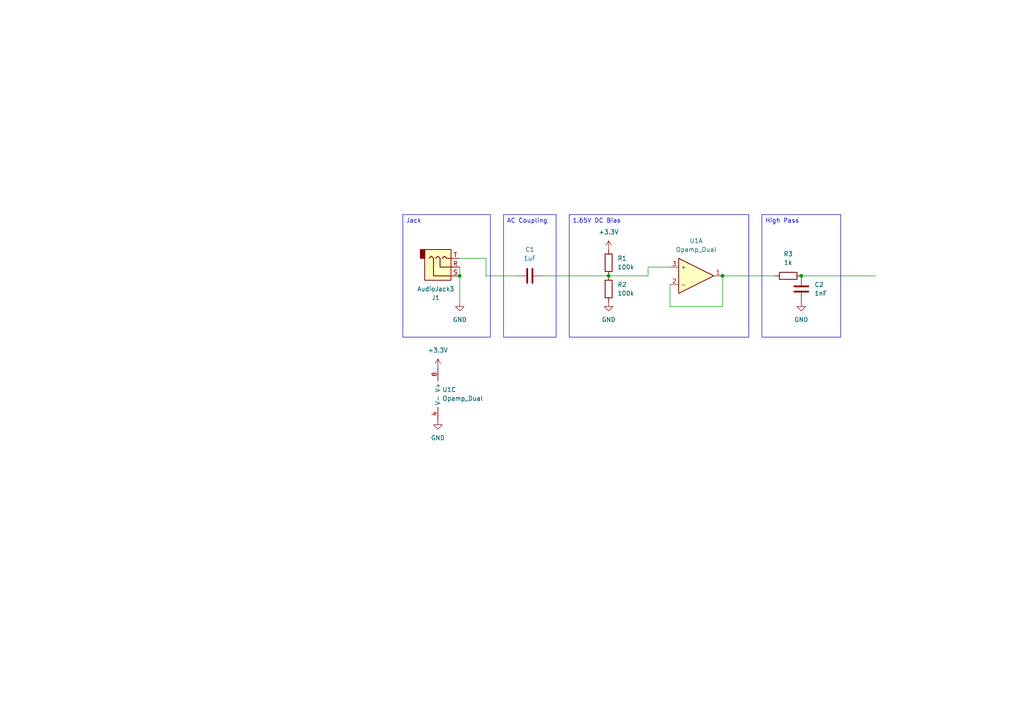
<source format=kicad_sch>
(kicad_sch (version 20230121) (generator eeschema)
  (paper "A4")
  (lib_symbols
    (symbol "Connector_Audio:AudioJack3"
      (property "Reference" "J" (at 0 8.89 0))
      (property "Value" "AudioJack3" (at 0 6.35 0))
      (symbol "AudioJack3_0_1"
        (rectangle (start -5.08 -5.08) (end -6.35 -2.54) (stroke (width 0.254)) (fill (type outline)))
        (polyline (pts (xy 0 -2.54) (xy 0.635 -3.175) (xy 1.27 -2.54) (xy 2.54 -2.54)) (stroke (width 0.254)))
        (polyline (pts (xy -1.905 -2.54) (xy -1.27 -3.175) (xy -0.635 -2.54) (xy -0.635 0) (xy 2.54 0)) (stroke (width 0.254)))
        (polyline (pts (xy 2.54 2.54) (xy -2.54 2.54) (xy -2.54 -2.54) (xy -3.175 -3.175) (xy -3.81 -2.54)) (stroke (width 0.254)))
        (rectangle (start 2.54 3.81) (end -5.08 -5.08) (stroke (width 0.254)) (fill (type background)))
      )
      (symbol "AudioJack3_1_1"
        (pin passive line (at 5.08 0 180) (length 2.54) (name "~") (number "R"))
        (pin passive line (at 5.08 2.54 180) (length 2.54) (name "~") (number "S"))
        (pin passive line (at 5.08 -2.54 180) (length 2.54) (name "~") (number "T"))
      )
    )
    (symbol "Device:C" (pin_numbers hide) (pin_names (offset 0.254))
      (property "Reference" "C" (at 0.635 2.54 0))
      (property "Value" "C" (at 0.635 -2.54 0))
      (symbol "C_0_1"
        (polyline (pts (xy -2.032 -0.762) (xy 2.032 -0.762)) (stroke (width 0.508)))
        (polyline (pts (xy -2.032 0.762) (xy 2.032 0.762)) (stroke (width 0.508)))
      )
      (symbol "C_1_1"
        (pin passive line (at 0 3.81 270) (length 2.794) (name "~") (number "1"))
        (pin passive line (at 0 -3.81 90) (length 2.794) (name "~") (number "2"))
      )
    )
    (symbol "Device:Opamp_Dual"
      (property "Reference" "U" (at 0 5.08 0))
      (property "Value" "Opamp_Dual" (at 0 -5.08 0))
      (symbol "Opamp_Dual_1_1"
        (polyline (pts (xy -5.08 5.08) (xy 5.08 0) (xy -5.08 -5.08) (xy -5.08 5.08)) (stroke (width 0.254)) (fill (type background)))
        (pin output line (at 7.62 0 180) (length 2.54) (name "~") (number "1"))
        (pin input line (at -7.62 -2.54 0) (length 2.54) (name "-") (number "2"))
        (pin input line (at -7.62 2.54 0) (length 2.54) (name "+") (number "3"))
      )
      (symbol "Opamp_Dual_2_1"
        (polyline (pts (xy -5.08 5.08) (xy 5.08 0) (xy -5.08 -5.08) (xy -5.08 5.08)) (stroke (width 0.254)) (fill (type background)))
        (pin input line (at -7.62 2.54 0) (length 2.54) (name "+") (number "5"))
        (pin input line (at -7.62 -2.54 0) (length 2.54) (name "-") (number "6"))
        (pin output line (at 7.62 0 180) (length 2.54) (name "~") (number "7"))
      )
      (symbol "Opamp_Dual_3_1"
        (pin power_in line (at -2.54 -7.62 90) (length 3.81) (name "V-") (number "4"))
        (pin power_in line (at -2.54 7.62 270) (length 3.81) (name "V+") (number "8"))
      )
    )
    (symbol "Device:R" (pin_numbers hide) (pin_names (offset 0))
      (property "Reference" "R" (at 2.032 0 90))
      (property "Value" "R" (at 0 0 90))
      (symbol "R_0_1"
        (rectangle (start -1.016 -2.54) (end 1.016 2.54) (stroke (width 0.254)))
      )
      (symbol "R_1_1"
        (pin passive line (at 0 3.81 270) (length 1.27) (name "~") (number "1"))
        (pin passive line (at 0 -3.81 90) (length 1.27) (name "~") (number "2"))
      )
    )
    (symbol "power:+3.3V" (power) (pin_names (offset 0))
      (property "Value" "+3.3V" (at 0 3.556 0))
      (symbol "+3.3V_0_1"
        (polyline (pts (xy -0.762 1.27) (xy 0 2.54)))
        (polyline (pts (xy 0 0) (xy 0 2.54)))
        (polyline (pts (xy 0 2.54) (xy 0.762 1.27)))
      )
      (symbol "+3.3V_1_1"
        (pin power_in line (at 0 0 90) (length 0) hide (name "+3.3V") (number "1"))
      )
    )
    (symbol "power:GND" (power) (pin_names (offset 0))
      (property "Value" "GND" (at 0 -3.81 0))
      (symbol "GND_0_1"
        (polyline (pts (xy 0 0) (xy 0 -1.27) (xy 1.27 -1.27) (xy 0 -2.54) (xy -1.27 -1.27) (xy 0 -1.27)))
      )
      (symbol "GND_1_1"
        (pin power_in line (at 0 0 270) (length 0) hide (name "GND") (number "1"))
      )
    )
  )
  (junction (at 232.41 80.01))
  (junction (at 176.53 80.01))
  (junction (at 133.35 80.01))
  (junction (at 209.55 80.01))
  (wire (pts (xy 224.79 80.01) (xy 209.55 80.01)))
  (wire (pts (xy 140.97 74.93) (xy 140.97 80.01)))
  (wire (pts (xy 187.96 80.01) (xy 187.96 77.47)))
  (wire (pts (xy 133.35 77.47) (xy 133.35 80.01)))
  (wire (pts (xy 133.35 74.93) (xy 140.97 74.93)))
  (wire (pts (xy 187.96 77.47) (xy 194.31 77.47)))
  (wire (pts (xy 209.55 80.01) (xy 209.55 88.9)))
  (wire (pts (xy 157.48 80.01) (xy 176.53 80.01)))
  (wire (pts (xy 194.31 88.9) (xy 209.55 88.9)))
  (wire (pts (xy 232.41 80.01) (xy 254 80.01)))
  (wire (pts (xy 133.35 80.01) (xy 133.35 87.63)))
  (wire (pts (xy 140.97 80.01) (xy 149.86 80.01)))
  (wire (pts (xy 176.53 80.01) (xy 187.96 80.01)))
  (wire (pts (xy 194.31 82.55) (xy 194.31 88.9)))
  (text_box "High Pass" (at 220.98 62.23 0) (size 22.86 35.56) (effects (font (size 1.27 1.27)) (justify left top)))
  (text_box "Jack" (at 116.84 62.23 0) (size 25.4 35.56) (effects (font (size 1.27 1.27)) (justify left top)))
  (text_box "AC Coupling" (at 146.05 62.23 0) (size 15.24 35.56) (effects (font (size 1.27 1.27)) (justify left top)))
  (text_box "1.65V DC Bias" (at 165.1 62.23 0) (size 52.07 35.56) (effects (font (size 1.27 1.27)) (justify left top)))
  (symbol (lib_id "power:GND") (at 232.41 87.63 0) (unit 1)
    (property "Reference" "#PWR04" (effects hide))
    (property "Value" "GND" (at 232.41 92.71 0))
  )
  (symbol (lib_id "Device:C") (at 153.67 80.01 90) (unit 1)
    (property "Reference" "C1" (at 153.67 72.39 90))
    (property "Value" "1uF" (at 153.67 74.93 90))
  )
  (symbol (lib_id "Device:R") (at 176.53 76.2 0) (unit 1)
    (property "Reference" "R1" (at 179.07 74.93 0) (effects (justify left)))
    (property "Value" "100k" (at 179.07 77.47 0) (effects (justify left)))
  )
  (symbol (lib_id "power:+3.3V") (at 127 106.68 0) (unit 1)
    (property "Reference" "#PWR06" (effects hide))
    (property "Value" "+3.3V" (at 127 101.6 0))
  )
  (symbol (lib_id "Device:R") (at 228.6 80.01 90) (unit 1)
    (property "Reference" "R3" (at 228.6 73.66 90))
    (property "Value" "1k" (at 228.6 76.2 90))
  )
  (symbol (lib_id "Device:Opamp_Dual") (at 201.93 80.01 0) (unit 1)
    (property "Reference" "U1" (at 201.93 69.85 0))
    (property "Value" "Opamp_Dual" (at 201.93 72.39 0))
    (property "Sim.Library" "${KICAD7_SYMBOL_DIR}/Simulation_SPICE.sp" (effects hide))
    (property "Sim.Name" "kicad_builtin_opamp_dual" (effects hide))
    (property "Sim.Device" "SUBCKT" (effects hide))
    (property "Sim.Pins" "1=out1 2=in1- 3=in1+ 4=vee 5=in2+ 6=in2- 7=out2 8=vcc" (effects hide))
  )
  (symbol (lib_id "power:GND") (at 133.35 87.63 0) (unit 1)
    (property "Reference" "#PWR01" (effects hide))
    (property "Value" "GND" (at 133.35 92.71 0))
  )
  (symbol (lib_id "Device:Opamp_Dual") (at 129.54 114.3 0) (unit 3)
    (property "Reference" "U1" (at 128.27 113.03 0) (effects (justify left)))
    (property "Value" "Opamp_Dual" (at 128.27 115.57 0) (effects (justify left)))
    (property "Sim.Library" "${KICAD7_SYMBOL_DIR}/Simulation_SPICE.sp" (effects hide))
    (property "Sim.Name" "kicad_builtin_opamp_dual" (effects hide))
    (property "Sim.Device" "SUBCKT" (effects hide))
    (property "Sim.Pins" "1=out1 2=in1- 3=in1+ 4=vee 5=in2+ 6=in2- 7=out2 8=vcc" (effects hide))
  )
  (symbol (lib_id "power:+3.3V") (at 176.53 72.39 0) (unit 1)
    (property "Reference" "#PWR02" (effects hide))
    (property "Value" "+3.3V" (at 176.53 67.31 0))
  )
  (symbol (lib_id "Device:C") (at 232.41 83.82 0) (unit 1)
    (property "Reference" "C2" (at 236.22 82.55 0) (effects (justify left)))
    (property "Value" "1nF" (at 236.22 85.09 0) (effects (justify left)))
  )
  (symbol (lib_id "Device:R") (at 176.53 83.82 0) (unit 1)
    (property "Reference" "R2" (at 179.07 82.55 0) (effects (justify left)))
    (property "Value" "100k" (at 179.07 85.09 0) (effects (justify left)))
  )
  (symbol (lib_id "power:GND") (at 176.53 87.63 0) (unit 1)
    (property "Reference" "#PWR03" (effects hide))
    (property "Value" "GND" (at 176.53 92.71 0))
  )
  (symbol (lib_id "Connector_Audio:AudioJack3") (at 128.27 77.47 0) (mirror x) (unit 1)
    (property "Reference" "J1" (at 126.365 86.36 0))
    (property "Value" "AudioJack3" (at 126.365 83.82 0))
  )
  (symbol (lib_id "power:GND") (at 127 121.92 0) (unit 1)
    (property "Reference" "#PWR05" (effects hide))
    (property "Value" "GND" (at 127 127 0))
  )
)
</source>
